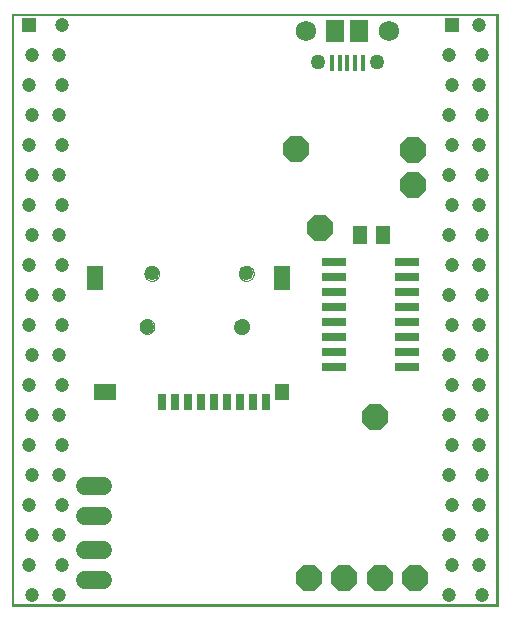
<source format=gts>
G75*
%MOIN*%
%OFA0B0*%
%FSLAX25Y25*%
%IPPOS*%
%LPD*%
%AMOC8*
5,1,8,0,0,1.08239X$1,22.5*
%
%ADD10C,0.00000*%
%ADD11R,0.01575X0.05315*%
%ADD12R,0.05906X0.07480*%
%ADD13C,0.06791*%
%ADD14C,0.05020*%
%ADD15C,0.04921*%
%ADD16R,0.02756X0.05512*%
%ADD17R,0.05512X0.07874*%
%ADD18R,0.05039X0.05512*%
%ADD19R,0.07677X0.05512*%
%ADD20R,0.08000X0.02600*%
%ADD21OC8,0.08500*%
%ADD22R,0.05118X0.05906*%
%ADD23C,0.06000*%
%ADD24C,0.00500*%
%ADD25C,0.04724*%
%ADD26R,0.04724X0.04724*%
D10*
X0020570Y0001467D02*
X0020570Y0198711D01*
X0182381Y0198711D01*
X0182381Y0001467D01*
X0020570Y0001467D01*
X0020570Y0001861D02*
X0181987Y0001861D01*
X0181987Y0009341D01*
X0094487Y0094578D02*
X0094489Y0094677D01*
X0094495Y0094776D01*
X0094505Y0094875D01*
X0094519Y0094973D01*
X0094537Y0095070D01*
X0094559Y0095167D01*
X0094584Y0095263D01*
X0094614Y0095357D01*
X0094647Y0095451D01*
X0094684Y0095543D01*
X0094725Y0095633D01*
X0094769Y0095722D01*
X0094817Y0095808D01*
X0094868Y0095893D01*
X0094923Y0095976D01*
X0094981Y0096056D01*
X0095042Y0096134D01*
X0095106Y0096210D01*
X0095173Y0096283D01*
X0095243Y0096353D01*
X0095316Y0096420D01*
X0095392Y0096484D01*
X0095470Y0096545D01*
X0095550Y0096603D01*
X0095633Y0096658D01*
X0095717Y0096709D01*
X0095804Y0096757D01*
X0095893Y0096801D01*
X0095983Y0096842D01*
X0096075Y0096879D01*
X0096169Y0096912D01*
X0096263Y0096942D01*
X0096359Y0096967D01*
X0096456Y0096989D01*
X0096553Y0097007D01*
X0096651Y0097021D01*
X0096750Y0097031D01*
X0096849Y0097037D01*
X0096948Y0097039D01*
X0097047Y0097037D01*
X0097146Y0097031D01*
X0097245Y0097021D01*
X0097343Y0097007D01*
X0097440Y0096989D01*
X0097537Y0096967D01*
X0097633Y0096942D01*
X0097727Y0096912D01*
X0097821Y0096879D01*
X0097913Y0096842D01*
X0098003Y0096801D01*
X0098092Y0096757D01*
X0098178Y0096709D01*
X0098263Y0096658D01*
X0098346Y0096603D01*
X0098426Y0096545D01*
X0098504Y0096484D01*
X0098580Y0096420D01*
X0098653Y0096353D01*
X0098723Y0096283D01*
X0098790Y0096210D01*
X0098854Y0096134D01*
X0098915Y0096056D01*
X0098973Y0095976D01*
X0099028Y0095893D01*
X0099079Y0095809D01*
X0099127Y0095722D01*
X0099171Y0095633D01*
X0099212Y0095543D01*
X0099249Y0095451D01*
X0099282Y0095357D01*
X0099312Y0095263D01*
X0099337Y0095167D01*
X0099359Y0095070D01*
X0099377Y0094973D01*
X0099391Y0094875D01*
X0099401Y0094776D01*
X0099407Y0094677D01*
X0099409Y0094578D01*
X0099407Y0094479D01*
X0099401Y0094380D01*
X0099391Y0094281D01*
X0099377Y0094183D01*
X0099359Y0094086D01*
X0099337Y0093989D01*
X0099312Y0093893D01*
X0099282Y0093799D01*
X0099249Y0093705D01*
X0099212Y0093613D01*
X0099171Y0093523D01*
X0099127Y0093434D01*
X0099079Y0093348D01*
X0099028Y0093263D01*
X0098973Y0093180D01*
X0098915Y0093100D01*
X0098854Y0093022D01*
X0098790Y0092946D01*
X0098723Y0092873D01*
X0098653Y0092803D01*
X0098580Y0092736D01*
X0098504Y0092672D01*
X0098426Y0092611D01*
X0098346Y0092553D01*
X0098263Y0092498D01*
X0098179Y0092447D01*
X0098092Y0092399D01*
X0098003Y0092355D01*
X0097913Y0092314D01*
X0097821Y0092277D01*
X0097727Y0092244D01*
X0097633Y0092214D01*
X0097537Y0092189D01*
X0097440Y0092167D01*
X0097343Y0092149D01*
X0097245Y0092135D01*
X0097146Y0092125D01*
X0097047Y0092119D01*
X0096948Y0092117D01*
X0096849Y0092119D01*
X0096750Y0092125D01*
X0096651Y0092135D01*
X0096553Y0092149D01*
X0096456Y0092167D01*
X0096359Y0092189D01*
X0096263Y0092214D01*
X0096169Y0092244D01*
X0096075Y0092277D01*
X0095983Y0092314D01*
X0095893Y0092355D01*
X0095804Y0092399D01*
X0095718Y0092447D01*
X0095633Y0092498D01*
X0095550Y0092553D01*
X0095470Y0092611D01*
X0095392Y0092672D01*
X0095316Y0092736D01*
X0095243Y0092803D01*
X0095173Y0092873D01*
X0095106Y0092946D01*
X0095042Y0093022D01*
X0094981Y0093100D01*
X0094923Y0093180D01*
X0094868Y0093263D01*
X0094817Y0093347D01*
X0094769Y0093434D01*
X0094725Y0093523D01*
X0094684Y0093613D01*
X0094647Y0093705D01*
X0094614Y0093799D01*
X0094584Y0093893D01*
X0094559Y0093989D01*
X0094537Y0094086D01*
X0094519Y0094183D01*
X0094505Y0094281D01*
X0094495Y0094380D01*
X0094489Y0094479D01*
X0094487Y0094578D01*
X0096061Y0112294D02*
X0096063Y0112393D01*
X0096069Y0112492D01*
X0096079Y0112591D01*
X0096093Y0112689D01*
X0096111Y0112786D01*
X0096133Y0112883D01*
X0096158Y0112979D01*
X0096188Y0113073D01*
X0096221Y0113167D01*
X0096258Y0113259D01*
X0096299Y0113349D01*
X0096343Y0113438D01*
X0096391Y0113524D01*
X0096442Y0113609D01*
X0096497Y0113692D01*
X0096555Y0113772D01*
X0096616Y0113850D01*
X0096680Y0113926D01*
X0096747Y0113999D01*
X0096817Y0114069D01*
X0096890Y0114136D01*
X0096966Y0114200D01*
X0097044Y0114261D01*
X0097124Y0114319D01*
X0097207Y0114374D01*
X0097291Y0114425D01*
X0097378Y0114473D01*
X0097467Y0114517D01*
X0097557Y0114558D01*
X0097649Y0114595D01*
X0097743Y0114628D01*
X0097837Y0114658D01*
X0097933Y0114683D01*
X0098030Y0114705D01*
X0098127Y0114723D01*
X0098225Y0114737D01*
X0098324Y0114747D01*
X0098423Y0114753D01*
X0098522Y0114755D01*
X0098621Y0114753D01*
X0098720Y0114747D01*
X0098819Y0114737D01*
X0098917Y0114723D01*
X0099014Y0114705D01*
X0099111Y0114683D01*
X0099207Y0114658D01*
X0099301Y0114628D01*
X0099395Y0114595D01*
X0099487Y0114558D01*
X0099577Y0114517D01*
X0099666Y0114473D01*
X0099752Y0114425D01*
X0099837Y0114374D01*
X0099920Y0114319D01*
X0100000Y0114261D01*
X0100078Y0114200D01*
X0100154Y0114136D01*
X0100227Y0114069D01*
X0100297Y0113999D01*
X0100364Y0113926D01*
X0100428Y0113850D01*
X0100489Y0113772D01*
X0100547Y0113692D01*
X0100602Y0113609D01*
X0100653Y0113525D01*
X0100701Y0113438D01*
X0100745Y0113349D01*
X0100786Y0113259D01*
X0100823Y0113167D01*
X0100856Y0113073D01*
X0100886Y0112979D01*
X0100911Y0112883D01*
X0100933Y0112786D01*
X0100951Y0112689D01*
X0100965Y0112591D01*
X0100975Y0112492D01*
X0100981Y0112393D01*
X0100983Y0112294D01*
X0100981Y0112195D01*
X0100975Y0112096D01*
X0100965Y0111997D01*
X0100951Y0111899D01*
X0100933Y0111802D01*
X0100911Y0111705D01*
X0100886Y0111609D01*
X0100856Y0111515D01*
X0100823Y0111421D01*
X0100786Y0111329D01*
X0100745Y0111239D01*
X0100701Y0111150D01*
X0100653Y0111064D01*
X0100602Y0110979D01*
X0100547Y0110896D01*
X0100489Y0110816D01*
X0100428Y0110738D01*
X0100364Y0110662D01*
X0100297Y0110589D01*
X0100227Y0110519D01*
X0100154Y0110452D01*
X0100078Y0110388D01*
X0100000Y0110327D01*
X0099920Y0110269D01*
X0099837Y0110214D01*
X0099753Y0110163D01*
X0099666Y0110115D01*
X0099577Y0110071D01*
X0099487Y0110030D01*
X0099395Y0109993D01*
X0099301Y0109960D01*
X0099207Y0109930D01*
X0099111Y0109905D01*
X0099014Y0109883D01*
X0098917Y0109865D01*
X0098819Y0109851D01*
X0098720Y0109841D01*
X0098621Y0109835D01*
X0098522Y0109833D01*
X0098423Y0109835D01*
X0098324Y0109841D01*
X0098225Y0109851D01*
X0098127Y0109865D01*
X0098030Y0109883D01*
X0097933Y0109905D01*
X0097837Y0109930D01*
X0097743Y0109960D01*
X0097649Y0109993D01*
X0097557Y0110030D01*
X0097467Y0110071D01*
X0097378Y0110115D01*
X0097292Y0110163D01*
X0097207Y0110214D01*
X0097124Y0110269D01*
X0097044Y0110327D01*
X0096966Y0110388D01*
X0096890Y0110452D01*
X0096817Y0110519D01*
X0096747Y0110589D01*
X0096680Y0110662D01*
X0096616Y0110738D01*
X0096555Y0110816D01*
X0096497Y0110896D01*
X0096442Y0110979D01*
X0096391Y0111063D01*
X0096343Y0111150D01*
X0096299Y0111239D01*
X0096258Y0111329D01*
X0096221Y0111421D01*
X0096188Y0111515D01*
X0096158Y0111609D01*
X0096133Y0111705D01*
X0096111Y0111802D01*
X0096093Y0111899D01*
X0096079Y0111997D01*
X0096069Y0112096D01*
X0096063Y0112195D01*
X0096061Y0112294D01*
X0064565Y0112294D02*
X0064567Y0112393D01*
X0064573Y0112492D01*
X0064583Y0112591D01*
X0064597Y0112689D01*
X0064615Y0112786D01*
X0064637Y0112883D01*
X0064662Y0112979D01*
X0064692Y0113073D01*
X0064725Y0113167D01*
X0064762Y0113259D01*
X0064803Y0113349D01*
X0064847Y0113438D01*
X0064895Y0113524D01*
X0064946Y0113609D01*
X0065001Y0113692D01*
X0065059Y0113772D01*
X0065120Y0113850D01*
X0065184Y0113926D01*
X0065251Y0113999D01*
X0065321Y0114069D01*
X0065394Y0114136D01*
X0065470Y0114200D01*
X0065548Y0114261D01*
X0065628Y0114319D01*
X0065711Y0114374D01*
X0065795Y0114425D01*
X0065882Y0114473D01*
X0065971Y0114517D01*
X0066061Y0114558D01*
X0066153Y0114595D01*
X0066247Y0114628D01*
X0066341Y0114658D01*
X0066437Y0114683D01*
X0066534Y0114705D01*
X0066631Y0114723D01*
X0066729Y0114737D01*
X0066828Y0114747D01*
X0066927Y0114753D01*
X0067026Y0114755D01*
X0067125Y0114753D01*
X0067224Y0114747D01*
X0067323Y0114737D01*
X0067421Y0114723D01*
X0067518Y0114705D01*
X0067615Y0114683D01*
X0067711Y0114658D01*
X0067805Y0114628D01*
X0067899Y0114595D01*
X0067991Y0114558D01*
X0068081Y0114517D01*
X0068170Y0114473D01*
X0068256Y0114425D01*
X0068341Y0114374D01*
X0068424Y0114319D01*
X0068504Y0114261D01*
X0068582Y0114200D01*
X0068658Y0114136D01*
X0068731Y0114069D01*
X0068801Y0113999D01*
X0068868Y0113926D01*
X0068932Y0113850D01*
X0068993Y0113772D01*
X0069051Y0113692D01*
X0069106Y0113609D01*
X0069157Y0113525D01*
X0069205Y0113438D01*
X0069249Y0113349D01*
X0069290Y0113259D01*
X0069327Y0113167D01*
X0069360Y0113073D01*
X0069390Y0112979D01*
X0069415Y0112883D01*
X0069437Y0112786D01*
X0069455Y0112689D01*
X0069469Y0112591D01*
X0069479Y0112492D01*
X0069485Y0112393D01*
X0069487Y0112294D01*
X0069485Y0112195D01*
X0069479Y0112096D01*
X0069469Y0111997D01*
X0069455Y0111899D01*
X0069437Y0111802D01*
X0069415Y0111705D01*
X0069390Y0111609D01*
X0069360Y0111515D01*
X0069327Y0111421D01*
X0069290Y0111329D01*
X0069249Y0111239D01*
X0069205Y0111150D01*
X0069157Y0111064D01*
X0069106Y0110979D01*
X0069051Y0110896D01*
X0068993Y0110816D01*
X0068932Y0110738D01*
X0068868Y0110662D01*
X0068801Y0110589D01*
X0068731Y0110519D01*
X0068658Y0110452D01*
X0068582Y0110388D01*
X0068504Y0110327D01*
X0068424Y0110269D01*
X0068341Y0110214D01*
X0068257Y0110163D01*
X0068170Y0110115D01*
X0068081Y0110071D01*
X0067991Y0110030D01*
X0067899Y0109993D01*
X0067805Y0109960D01*
X0067711Y0109930D01*
X0067615Y0109905D01*
X0067518Y0109883D01*
X0067421Y0109865D01*
X0067323Y0109851D01*
X0067224Y0109841D01*
X0067125Y0109835D01*
X0067026Y0109833D01*
X0066927Y0109835D01*
X0066828Y0109841D01*
X0066729Y0109851D01*
X0066631Y0109865D01*
X0066534Y0109883D01*
X0066437Y0109905D01*
X0066341Y0109930D01*
X0066247Y0109960D01*
X0066153Y0109993D01*
X0066061Y0110030D01*
X0065971Y0110071D01*
X0065882Y0110115D01*
X0065796Y0110163D01*
X0065711Y0110214D01*
X0065628Y0110269D01*
X0065548Y0110327D01*
X0065470Y0110388D01*
X0065394Y0110452D01*
X0065321Y0110519D01*
X0065251Y0110589D01*
X0065184Y0110662D01*
X0065120Y0110738D01*
X0065059Y0110816D01*
X0065001Y0110896D01*
X0064946Y0110979D01*
X0064895Y0111063D01*
X0064847Y0111150D01*
X0064803Y0111239D01*
X0064762Y0111329D01*
X0064725Y0111421D01*
X0064692Y0111515D01*
X0064662Y0111609D01*
X0064637Y0111705D01*
X0064615Y0111802D01*
X0064597Y0111899D01*
X0064583Y0111997D01*
X0064573Y0112096D01*
X0064567Y0112195D01*
X0064565Y0112294D01*
X0062990Y0094578D02*
X0062992Y0094677D01*
X0062998Y0094776D01*
X0063008Y0094875D01*
X0063022Y0094973D01*
X0063040Y0095070D01*
X0063062Y0095167D01*
X0063087Y0095263D01*
X0063117Y0095357D01*
X0063150Y0095451D01*
X0063187Y0095543D01*
X0063228Y0095633D01*
X0063272Y0095722D01*
X0063320Y0095808D01*
X0063371Y0095893D01*
X0063426Y0095976D01*
X0063484Y0096056D01*
X0063545Y0096134D01*
X0063609Y0096210D01*
X0063676Y0096283D01*
X0063746Y0096353D01*
X0063819Y0096420D01*
X0063895Y0096484D01*
X0063973Y0096545D01*
X0064053Y0096603D01*
X0064136Y0096658D01*
X0064220Y0096709D01*
X0064307Y0096757D01*
X0064396Y0096801D01*
X0064486Y0096842D01*
X0064578Y0096879D01*
X0064672Y0096912D01*
X0064766Y0096942D01*
X0064862Y0096967D01*
X0064959Y0096989D01*
X0065056Y0097007D01*
X0065154Y0097021D01*
X0065253Y0097031D01*
X0065352Y0097037D01*
X0065451Y0097039D01*
X0065550Y0097037D01*
X0065649Y0097031D01*
X0065748Y0097021D01*
X0065846Y0097007D01*
X0065943Y0096989D01*
X0066040Y0096967D01*
X0066136Y0096942D01*
X0066230Y0096912D01*
X0066324Y0096879D01*
X0066416Y0096842D01*
X0066506Y0096801D01*
X0066595Y0096757D01*
X0066681Y0096709D01*
X0066766Y0096658D01*
X0066849Y0096603D01*
X0066929Y0096545D01*
X0067007Y0096484D01*
X0067083Y0096420D01*
X0067156Y0096353D01*
X0067226Y0096283D01*
X0067293Y0096210D01*
X0067357Y0096134D01*
X0067418Y0096056D01*
X0067476Y0095976D01*
X0067531Y0095893D01*
X0067582Y0095809D01*
X0067630Y0095722D01*
X0067674Y0095633D01*
X0067715Y0095543D01*
X0067752Y0095451D01*
X0067785Y0095357D01*
X0067815Y0095263D01*
X0067840Y0095167D01*
X0067862Y0095070D01*
X0067880Y0094973D01*
X0067894Y0094875D01*
X0067904Y0094776D01*
X0067910Y0094677D01*
X0067912Y0094578D01*
X0067910Y0094479D01*
X0067904Y0094380D01*
X0067894Y0094281D01*
X0067880Y0094183D01*
X0067862Y0094086D01*
X0067840Y0093989D01*
X0067815Y0093893D01*
X0067785Y0093799D01*
X0067752Y0093705D01*
X0067715Y0093613D01*
X0067674Y0093523D01*
X0067630Y0093434D01*
X0067582Y0093348D01*
X0067531Y0093263D01*
X0067476Y0093180D01*
X0067418Y0093100D01*
X0067357Y0093022D01*
X0067293Y0092946D01*
X0067226Y0092873D01*
X0067156Y0092803D01*
X0067083Y0092736D01*
X0067007Y0092672D01*
X0066929Y0092611D01*
X0066849Y0092553D01*
X0066766Y0092498D01*
X0066682Y0092447D01*
X0066595Y0092399D01*
X0066506Y0092355D01*
X0066416Y0092314D01*
X0066324Y0092277D01*
X0066230Y0092244D01*
X0066136Y0092214D01*
X0066040Y0092189D01*
X0065943Y0092167D01*
X0065846Y0092149D01*
X0065748Y0092135D01*
X0065649Y0092125D01*
X0065550Y0092119D01*
X0065451Y0092117D01*
X0065352Y0092119D01*
X0065253Y0092125D01*
X0065154Y0092135D01*
X0065056Y0092149D01*
X0064959Y0092167D01*
X0064862Y0092189D01*
X0064766Y0092214D01*
X0064672Y0092244D01*
X0064578Y0092277D01*
X0064486Y0092314D01*
X0064396Y0092355D01*
X0064307Y0092399D01*
X0064221Y0092447D01*
X0064136Y0092498D01*
X0064053Y0092553D01*
X0063973Y0092611D01*
X0063895Y0092672D01*
X0063819Y0092736D01*
X0063746Y0092803D01*
X0063676Y0092873D01*
X0063609Y0092946D01*
X0063545Y0093022D01*
X0063484Y0093100D01*
X0063426Y0093180D01*
X0063371Y0093263D01*
X0063320Y0093347D01*
X0063272Y0093434D01*
X0063228Y0093523D01*
X0063187Y0093613D01*
X0063150Y0093705D01*
X0063117Y0093799D01*
X0063087Y0093893D01*
X0063062Y0093989D01*
X0063040Y0094086D01*
X0063022Y0094183D01*
X0063008Y0094281D01*
X0062998Y0094380D01*
X0062992Y0094479D01*
X0062990Y0094578D01*
D11*
X0127066Y0182471D03*
X0129625Y0182471D03*
X0132184Y0182471D03*
X0134743Y0182471D03*
X0137302Y0182471D03*
D12*
X0136121Y0193003D03*
X0128247Y0192963D03*
D13*
X0118404Y0193003D03*
X0145963Y0193003D03*
D14*
X0142026Y0182668D03*
X0122341Y0182668D03*
D15*
X0098522Y0112294D03*
X0096948Y0094578D03*
X0067026Y0112294D03*
X0065451Y0094578D03*
D16*
X0070570Y0069499D03*
X0074900Y0069499D03*
X0079231Y0069499D03*
X0083562Y0069499D03*
X0087892Y0069499D03*
X0092223Y0069499D03*
X0096554Y0069499D03*
X0100885Y0069499D03*
X0105215Y0069499D03*
D17*
X0110333Y0110719D03*
X0048129Y0110719D03*
D18*
X0110570Y0072924D03*
D19*
X0051573Y0072924D03*
D20*
X0127761Y0081211D03*
X0127761Y0086211D03*
X0127761Y0091211D03*
X0127761Y0096211D03*
X0127761Y0101211D03*
X0127761Y0106211D03*
X0127761Y0111211D03*
X0127761Y0116211D03*
X0151961Y0116211D03*
X0151961Y0111211D03*
X0151961Y0106211D03*
X0151961Y0101211D03*
X0151961Y0096211D03*
X0151961Y0091211D03*
X0151961Y0086211D03*
X0151961Y0081211D03*
D21*
X0141436Y0064459D03*
X0143010Y0010916D03*
X0131199Y0010916D03*
X0119388Y0010916D03*
X0154822Y0010916D03*
X0122932Y0127452D03*
X0115058Y0153830D03*
X0154034Y0153436D03*
X0154034Y0141625D03*
D22*
X0143995Y0125089D03*
X0136514Y0125089D03*
D23*
X0050735Y0041507D02*
X0044735Y0041507D01*
X0044735Y0031507D02*
X0050735Y0031507D01*
X0050735Y0020247D02*
X0044735Y0020247D01*
X0044735Y0010247D02*
X0050735Y0010247D01*
D24*
X0020727Y0001625D02*
X0020727Y0198475D01*
X0182144Y0198475D01*
X0182144Y0001625D01*
X0020727Y0001625D01*
D25*
X0026936Y0005050D03*
X0035936Y0005050D03*
X0036936Y0015050D03*
X0035936Y0025050D03*
X0026936Y0025050D03*
X0025936Y0015050D03*
X0025936Y0035050D03*
X0026936Y0045050D03*
X0035936Y0045050D03*
X0036936Y0035050D03*
X0036936Y0055050D03*
X0035936Y0065050D03*
X0026936Y0065050D03*
X0025936Y0055050D03*
X0025936Y0075050D03*
X0026936Y0085050D03*
X0035936Y0085050D03*
X0036936Y0075050D03*
X0036936Y0095050D03*
X0035936Y0105050D03*
X0036936Y0115050D03*
X0035936Y0125050D03*
X0026936Y0125050D03*
X0025936Y0115050D03*
X0026936Y0105050D03*
X0025936Y0095050D03*
X0025936Y0135050D03*
X0026936Y0145050D03*
X0035936Y0145050D03*
X0036936Y0135050D03*
X0036936Y0155050D03*
X0035936Y0165050D03*
X0026936Y0165050D03*
X0025936Y0155050D03*
X0025936Y0175050D03*
X0026936Y0185050D03*
X0035936Y0185050D03*
X0036936Y0175050D03*
X0036936Y0195050D03*
X0165936Y0185050D03*
X0166936Y0175050D03*
X0175936Y0175050D03*
X0176936Y0185050D03*
X0175936Y0195050D03*
X0176936Y0165050D03*
X0175936Y0155050D03*
X0166936Y0155050D03*
X0165936Y0145050D03*
X0166936Y0135050D03*
X0175936Y0135050D03*
X0176936Y0125050D03*
X0175936Y0115050D03*
X0166936Y0115050D03*
X0165936Y0105050D03*
X0166936Y0095050D03*
X0175936Y0095050D03*
X0176936Y0085050D03*
X0175936Y0075050D03*
X0166936Y0075050D03*
X0165936Y0065050D03*
X0166936Y0055050D03*
X0175936Y0055050D03*
X0176936Y0045050D03*
X0175936Y0035050D03*
X0166936Y0035050D03*
X0165936Y0045050D03*
X0165936Y0025050D03*
X0166936Y0015050D03*
X0175936Y0015050D03*
X0176936Y0005050D03*
X0165936Y0005050D03*
X0176936Y0025050D03*
X0176936Y0065050D03*
X0165936Y0085050D03*
X0176936Y0105050D03*
X0165936Y0125050D03*
X0176936Y0145050D03*
X0165936Y0165050D03*
D26*
X0166936Y0195050D03*
X0025936Y0195050D03*
M02*

</source>
